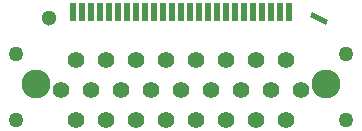
<source format=gbr>
%TF.GenerationSoftware,KiCad,Pcbnew,(5.1.10)-1*%
%TF.CreationDate,2021-10-08T16:04:22-07:00*%
%TF.ProjectId,Dsub_Bondpad_1Layer,44737562-5f42-46f6-9e64-7061645f314c,1*%
%TF.SameCoordinates,Original*%
%TF.FileFunction,Soldermask,Top*%
%TF.FilePolarity,Negative*%
%FSLAX46Y46*%
G04 Gerber Fmt 4.6, Leading zero omitted, Abs format (unit mm)*
G04 Created by KiCad (PCBNEW (5.1.10)-1) date 2021-10-08 16:04:22*
%MOMM*%
%LPD*%
G01*
G04 APERTURE LIST*
%ADD10C,0.100000*%
%ADD11C,1.300000*%
%ADD12C,1.397000*%
%ADD13C,2.438400*%
%ADD14R,0.508000X1.524000*%
%ADD15C,1.270000*%
G04 APERTURE END LIST*
D10*
%TO.C,TP2*%
G36*
X158312756Y-126081417D02*
G01*
X156931543Y-125437347D01*
X157124764Y-125022983D01*
X158505977Y-125667053D01*
X158312756Y-126081417D01*
G37*
%TD*%
D11*
%TO.C,TP1*%
X134874000Y-125476000D03*
%TD*%
D12*
%TO.C,J1*%
X137160000Y-134112000D03*
X139700000Y-134112000D03*
X142240000Y-134112000D03*
X144780000Y-134112000D03*
X147320000Y-134112000D03*
X149860000Y-134112000D03*
X152400000Y-134112000D03*
X154940000Y-134112000D03*
X135890000Y-131572000D03*
X138430000Y-131572000D03*
X140970000Y-131572000D03*
X143510000Y-131572000D03*
X146050000Y-131572000D03*
X148590000Y-131572000D03*
X151130000Y-131572000D03*
X153670000Y-131572000D03*
X156210000Y-131572000D03*
X137160000Y-129032000D03*
X139700000Y-129032000D03*
X142240000Y-129032000D03*
X144780000Y-129032000D03*
X147320000Y-129032000D03*
X149860000Y-129032000D03*
X152400000Y-129032000D03*
X154940000Y-129032000D03*
D13*
X158305500Y-131064000D03*
X133794500Y-131064000D03*
%TD*%
D14*
%TO.C,U1*%
X136906000Y-124968000D03*
%TD*%
%TO.C,U2*%
X137668000Y-124968000D03*
%TD*%
%TO.C,U3*%
X139954000Y-124968000D03*
%TD*%
%TO.C,U4*%
X142240000Y-124968000D03*
%TD*%
%TO.C,U5*%
X143764000Y-124968000D03*
%TD*%
%TO.C,U6*%
X144526000Y-124968000D03*
%TD*%
%TO.C,U7*%
X146050000Y-124968000D03*
%TD*%
%TO.C,U8*%
X147574000Y-124968000D03*
%TD*%
%TO.C,U9*%
X148336000Y-124968000D03*
%TD*%
%TO.C,U10*%
X149860000Y-124968000D03*
%TD*%
%TO.C,U11*%
X152146000Y-124968000D03*
%TD*%
%TO.C,U12*%
X154432000Y-124968000D03*
%TD*%
%TO.C,U13*%
X155194000Y-124968000D03*
%TD*%
%TO.C,U14*%
X138430000Y-124968000D03*
%TD*%
%TO.C,U15*%
X139192000Y-124968000D03*
%TD*%
%TO.C,U16*%
X140716000Y-124968000D03*
%TD*%
%TO.C,U17*%
X141478000Y-124968000D03*
%TD*%
%TO.C,U18*%
X143002000Y-124968000D03*
%TD*%
%TO.C,U19*%
X145288000Y-124968000D03*
%TD*%
%TO.C,U20*%
X146812000Y-124968000D03*
%TD*%
%TO.C,U21*%
X149098000Y-124968000D03*
%TD*%
%TO.C,U22*%
X150622000Y-124968000D03*
%TD*%
%TO.C,U23*%
X151384000Y-124968000D03*
%TD*%
%TO.C,U24*%
X152908000Y-124968000D03*
%TD*%
%TO.C,U25*%
X153670000Y-124968000D03*
%TD*%
D15*
X132080000Y-134112000D03*
X160020000Y-134112000D03*
X160020000Y-128524000D03*
X132080000Y-128524000D03*
M02*

</source>
